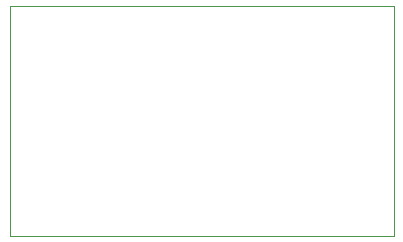
<source format=gbr>
%TF.GenerationSoftware,KiCad,Pcbnew,9.0.4*%
%TF.CreationDate,2025-08-23T19:45:09-04:00*%
%TF.ProjectId,DWMCBoardV3,44574d43-426f-4617-9264-56332e6b6963,rev?*%
%TF.SameCoordinates,Original*%
%TF.FileFunction,Profile,NP*%
%FSLAX46Y46*%
G04 Gerber Fmt 4.6, Leading zero omitted, Abs format (unit mm)*
G04 Created by KiCad (PCBNEW 9.0.4) date 2025-08-23 19:45:09*
%MOMM*%
%LPD*%
G01*
G04 APERTURE LIST*
%TA.AperFunction,Profile*%
%ADD10C,0.050000*%
%TD*%
G04 APERTURE END LIST*
D10*
X42500000Y-83500000D02*
X75000000Y-83500000D01*
X75000000Y-103000000D01*
X42500000Y-103000000D01*
X42500000Y-83500000D01*
M02*

</source>
